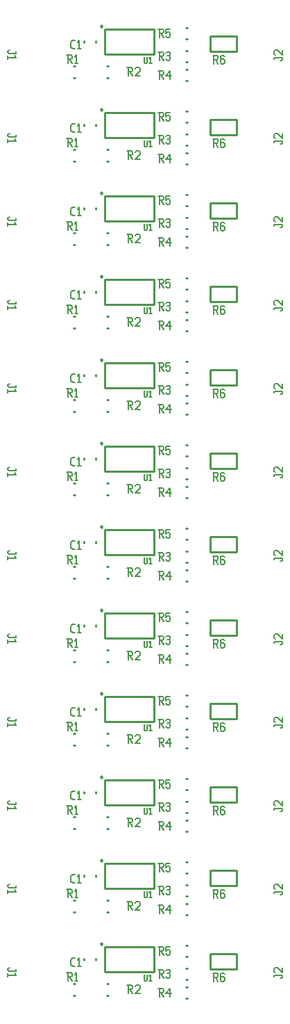
<source format=gbr>
G04 start of page 9 for group -4079 idx -4079 *
G04 Title: (unknown), topsilk *
G04 Creator: pcb 20140316 *
G04 CreationDate: Tue 26 Feb 2019 03:12:25 PM GMT UTC *
G04 For: railfan *
G04 Format: Gerber/RS-274X *
G04 PCB-Dimensions (mil): 1580.00 4900.00 *
G04 PCB-Coordinate-Origin: lower left *
%MOIN*%
%FSLAX25Y25*%
%LNTOPSILK*%
%ADD43C,0.0080*%
%ADD42C,0.0100*%
G54D42*X98607Y417755D02*X99393D01*
X98607Y412245D02*X99393D01*
X98607Y397755D02*X99393D01*
X98607Y392245D02*X99393D01*
X98607Y357755D02*X99393D01*
X98607Y352245D02*X99393D01*
X59689Y396906D02*X83311D01*
Y385094D01*
X59689D01*
Y396906D01*
X57689Y398406D02*G75*G03X57689Y398406I500J0D01*G01*
X49745Y391393D02*Y390607D01*
X55255Y391393D02*Y390607D01*
X60607Y379255D02*X61393D01*
X60607Y373745D02*X61393D01*
X110201Y353741D02*X122799D01*
Y346259D01*
X110201D01*
Y353741D01*
X59689Y356906D02*X83311D01*
Y345094D01*
X59689D01*
Y356906D01*
X57689Y358406D02*G75*G03X57689Y358406I500J0D01*G01*
X60607Y339255D02*X61393D01*
X60607Y333745D02*X61393D01*
X98607Y346755D02*X99393D01*
X98607Y341245D02*X99393D01*
X98607Y337755D02*X99393D01*
X98607Y332245D02*X99393D01*
X98607Y317755D02*X99393D01*
X98607Y312245D02*X99393D01*
X98607Y306755D02*X99393D01*
X98607Y301245D02*X99393D01*
X98607Y297755D02*X99393D01*
X98607Y292245D02*X99393D01*
X110201Y313741D02*X122799D01*
Y306259D01*
X110201D01*
Y313741D01*
X59689Y316906D02*X83311D01*
Y305094D01*
X59689D01*
Y316906D01*
X57689Y318406D02*G75*G03X57689Y318406I500J0D01*G01*
X60607Y299255D02*X61393D01*
X60607Y293745D02*X61393D01*
X59689Y276906D02*X83311D01*
Y265094D01*
X59689D01*
Y276906D01*
X57689Y278406D02*G75*G03X57689Y278406I500J0D01*G01*
X60607Y259255D02*X61393D01*
X60607Y253745D02*X61393D01*
X98607Y277755D02*X99393D01*
X98607Y272245D02*X99393D01*
X98607Y266755D02*X99393D01*
X98607Y261245D02*X99393D01*
X110201Y273741D02*X122799D01*
Y266259D01*
X110201D01*
Y273741D01*
X44607Y459255D02*X45393D01*
X44607Y453745D02*X45393D01*
X49745Y431393D02*Y430607D01*
X55255Y431393D02*Y430607D01*
X44607Y419255D02*X45393D01*
X44607Y413745D02*X45393D01*
X44607Y379255D02*X45393D01*
X44607Y373745D02*X45393D01*
X98607Y477755D02*X99393D01*
X98607Y472245D02*X99393D01*
X59689Y476906D02*X83311D01*
Y465094D01*
X59689D01*
Y476906D01*
X57689Y478406D02*G75*G03X57689Y478406I500J0D01*G01*
X49745Y471393D02*Y470607D01*
X55255Y471393D02*Y470607D01*
X60607Y459255D02*X61393D01*
X60607Y453745D02*X61393D01*
X98607Y466755D02*X99393D01*
X98607Y461245D02*X99393D01*
X98607Y457755D02*X99393D01*
X98607Y452245D02*X99393D01*
X110201Y473741D02*X122799D01*
Y466259D01*
X110201D01*
Y473741D01*
X98607Y437755D02*X99393D01*
X98607Y432245D02*X99393D01*
X59689Y436906D02*X83311D01*
Y425094D01*
X59689D01*
Y436906D01*
X57689Y438406D02*G75*G03X57689Y438406I500J0D01*G01*
X60607Y419255D02*X61393D01*
X60607Y413745D02*X61393D01*
X98607Y426755D02*X99393D01*
X98607Y421245D02*X99393D01*
X110201Y433741D02*X122799D01*
Y426259D01*
X110201D01*
Y433741D01*
X98607Y386755D02*X99393D01*
X98607Y381245D02*X99393D01*
X98607Y377755D02*X99393D01*
X98607Y372245D02*X99393D01*
X110201Y393741D02*X122799D01*
Y386259D01*
X110201D01*
Y393741D01*
X49745Y351393D02*Y350607D01*
X55255Y351393D02*Y350607D01*
X49745Y311393D02*Y310607D01*
X55255Y311393D02*Y310607D01*
X49745Y271393D02*Y270607D01*
X55255Y271393D02*Y270607D01*
X49745Y231393D02*Y230607D01*
X55255Y231393D02*Y230607D01*
X49745Y191393D02*Y190607D01*
X55255Y191393D02*Y190607D01*
X49745Y151393D02*Y150607D01*
X55255Y151393D02*Y150607D01*
X44607Y339255D02*X45393D01*
X44607Y333745D02*X45393D01*
X44607Y299255D02*X45393D01*
X44607Y293745D02*X45393D01*
X44607Y259255D02*X45393D01*
X44607Y253745D02*X45393D01*
X44607Y219255D02*X45393D01*
X44607Y213745D02*X45393D01*
X44607Y179255D02*X45393D01*
X44607Y173745D02*X45393D01*
X44607Y139255D02*X45393D01*
X44607Y133745D02*X45393D01*
X49745Y111393D02*Y110607D01*
X55255Y111393D02*Y110607D01*
X49745Y71393D02*Y70607D01*
X55255Y71393D02*Y70607D01*
X49745Y31393D02*Y30607D01*
X55255Y31393D02*Y30607D01*
X44607Y99255D02*X45393D01*
X44607Y93745D02*X45393D01*
X44607Y59255D02*X45393D01*
X44607Y53745D02*X45393D01*
X44607Y19255D02*X45393D01*
X44607Y13745D02*X45393D01*
X110201Y113741D02*X122799D01*
Y106259D01*
X110201D01*
Y113741D01*
Y73741D02*X122799D01*
Y66259D01*
X110201D01*
Y73741D01*
Y33741D02*X122799D01*
Y26259D01*
X110201D01*
Y33741D01*
X59689Y116906D02*X83311D01*
Y105094D01*
X59689D01*
Y116906D01*
X57689Y118406D02*G75*G03X57689Y118406I500J0D01*G01*
X60607Y99255D02*X61393D01*
X60607Y93745D02*X61393D01*
X98607Y117755D02*X99393D01*
X98607Y112245D02*X99393D01*
X98607Y106755D02*X99393D01*
X98607Y101245D02*X99393D01*
X98607Y97755D02*X99393D01*
X98607Y92245D02*X99393D01*
X59689Y76906D02*X83311D01*
Y65094D01*
X59689D01*
Y76906D01*
X57689Y78406D02*G75*G03X57689Y78406I500J0D01*G01*
X60607Y59255D02*X61393D01*
X60607Y53745D02*X61393D01*
X98607Y77755D02*X99393D01*
X98607Y72245D02*X99393D01*
X98607Y66755D02*X99393D01*
X98607Y61245D02*X99393D01*
X98607Y57755D02*X99393D01*
X98607Y52245D02*X99393D01*
X98607Y37755D02*X99393D01*
X98607Y32245D02*X99393D01*
X98607Y26755D02*X99393D01*
X98607Y21245D02*X99393D01*
X98607Y17755D02*X99393D01*
X98607Y12245D02*X99393D01*
X59689Y36906D02*X83311D01*
Y25094D01*
X59689D01*
Y36906D01*
X57689Y38406D02*G75*G03X57689Y38406I500J0D01*G01*
X60607Y19255D02*X61393D01*
X60607Y13745D02*X61393D01*
X98607Y257755D02*X99393D01*
X98607Y252245D02*X99393D01*
X110201Y233741D02*X122799D01*
Y226259D01*
X110201D01*
Y233741D01*
X98607Y237755D02*X99393D01*
X98607Y232245D02*X99393D01*
X59689Y236906D02*X83311D01*
Y225094D01*
X59689D01*
Y236906D01*
X57689Y238406D02*G75*G03X57689Y238406I500J0D01*G01*
X60607Y219255D02*X61393D01*
X60607Y213745D02*X61393D01*
X98607Y226755D02*X99393D01*
X98607Y221245D02*X99393D01*
X98607Y217755D02*X99393D01*
X98607Y212245D02*X99393D01*
X98607Y197755D02*X99393D01*
X98607Y192245D02*X99393D01*
X59689Y196906D02*X83311D01*
Y185094D01*
X59689D01*
Y196906D01*
X57689Y198406D02*G75*G03X57689Y198406I500J0D01*G01*
X60607Y179255D02*X61393D01*
X60607Y173745D02*X61393D01*
X98607Y186755D02*X99393D01*
X98607Y181245D02*X99393D01*
X59689Y156906D02*X83311D01*
Y145094D01*
X59689D01*
Y156906D01*
X57689Y158406D02*G75*G03X57689Y158406I500J0D01*G01*
X60607Y139255D02*X61393D01*
X60607Y133745D02*X61393D01*
X98607Y177755D02*X99393D01*
X98607Y172245D02*X99393D01*
X110201Y193741D02*X122799D01*
Y186259D01*
X110201D01*
Y193741D01*
X98607Y137755D02*X99393D01*
X98607Y132245D02*X99393D01*
X98607Y157755D02*X99393D01*
X98607Y152245D02*X99393D01*
X98607Y146755D02*X99393D01*
X98607Y141245D02*X99393D01*
X110201Y153741D02*X122799D01*
Y146259D01*
X110201D01*
Y153741D01*
G54D43*X17000Y426300D02*Y425500D01*
X13500D02*X17000D01*
X13000Y426000D02*X13500Y425500D01*
X13000Y426500D02*Y426000D01*
X13500Y427000D02*X13000Y426500D01*
X13500Y427000D02*X14000D01*
X16200Y424300D02*X17000Y423500D01*
X13000D02*X17000D01*
X13000Y424300D02*Y422800D01*
X44136Y427650D02*X45436D01*
X43436Y428350D02*X44136Y427650D01*
X43436Y430950D02*Y428350D01*
Y430950D02*X44136Y431650D01*
X45436D01*
X46636Y430850D02*X47436Y431650D01*
Y427650D01*
X46636D02*X48136D01*
X41436Y424650D02*X43436D01*
X43936Y424150D01*
Y423150D01*
X43436Y422650D02*X43936Y423150D01*
X41936Y422650D02*X43436D01*
X41936Y424650D02*Y420650D01*
X42736Y422650D02*X43936Y420650D01*
X45136Y423850D02*X45936Y424650D01*
Y420650D01*
X45136D02*X46636D01*
X17000Y386300D02*Y385500D01*
X13500D02*X17000D01*
X13000Y386000D02*X13500Y385500D01*
X13000Y386500D02*Y386000D01*
X13500Y387000D02*X13000Y386500D01*
X13500Y387000D02*X14000D01*
X16200Y384300D02*X17000Y383500D01*
X13000D02*X17000D01*
X13000Y384300D02*Y382800D01*
X44136Y387650D02*X45436D01*
X43436Y388350D02*X44136Y387650D01*
X43436Y390950D02*Y388350D01*
Y390950D02*X44136Y391650D01*
X45436D01*
X46636Y390850D02*X47436Y391650D01*
Y387650D01*
X46636D02*X48136D01*
X41436Y384650D02*X43436D01*
X43936Y384150D01*
Y383150D01*
X43436Y382650D02*X43936Y383150D01*
X41936Y382650D02*X43436D01*
X41936Y384650D02*Y380650D01*
X42736Y382650D02*X43936Y380650D01*
X45136Y383850D02*X45936Y384650D01*
Y380650D01*
X45136D02*X46636D01*
X17000Y346300D02*Y345500D01*
X13500D02*X17000D01*
X13000Y346000D02*X13500Y345500D01*
X13000Y346500D02*Y346000D01*
X13500Y347000D02*X13000Y346500D01*
X13500Y347000D02*X14000D01*
X16200Y344300D02*X17000Y343500D01*
X13000D02*X17000D01*
X13000Y344300D02*Y342800D01*
X44136Y347650D02*X45436D01*
X43436Y348350D02*X44136Y347650D01*
X43436Y350950D02*Y348350D01*
Y350950D02*X44136Y351650D01*
X45436D01*
X46636Y350850D02*X47436Y351650D01*
Y347650D01*
X46636D02*X48136D01*
X41436Y344650D02*X43436D01*
X43936Y344150D01*
Y343150D01*
X43436Y342650D02*X43936Y343150D01*
X41936Y342650D02*X43436D01*
X41936Y344650D02*Y340650D01*
X42736Y342650D02*X43936Y340650D01*
X45136Y343850D02*X45936Y344650D01*
Y340650D01*
X45136D02*X46636D01*
X85350Y397150D02*X87350D01*
X87850Y396650D01*
Y395650D01*
X87350Y395150D02*X87850Y395650D01*
X85850Y395150D02*X87350D01*
X85850Y397150D02*Y393150D01*
X86650Y395150D02*X87850Y393150D01*
X89050Y397150D02*X91050D01*
X89050D02*Y395150D01*
X89550Y395650D01*
X90550D01*
X91050Y395150D01*
Y393650D01*
X90550Y393150D02*X91050Y393650D01*
X89550Y393150D02*X90550D01*
X89050Y393650D02*X89550Y393150D01*
X85350Y386150D02*X87350D01*
X87850Y385650D01*
Y384650D01*
X87350Y384150D02*X87850Y384650D01*
X85850Y384150D02*X87350D01*
X85850Y386150D02*Y382150D01*
X86650Y384150D02*X87850Y382150D01*
X89050Y385650D02*X89550Y386150D01*
X90550D01*
X91050Y385650D01*
X90550Y382150D02*X91050Y382650D01*
X89550Y382150D02*X90550D01*
X89050Y382650D02*X89550Y382150D01*
Y384350D02*X90550D01*
X91050Y385650D02*Y384850D01*
Y383850D02*Y382650D01*
Y383850D02*X90550Y384350D01*
X91050Y384850D02*X90550Y384350D01*
X85350Y377150D02*X87350D01*
X87850Y376650D01*
Y375650D01*
X87350Y375150D02*X87850Y375650D01*
X85850Y375150D02*X87350D01*
X85850Y377150D02*Y373150D01*
X86650Y375150D02*X87850Y373150D01*
X89050Y374650D02*X91050Y377150D01*
X89050Y374650D02*X91550D01*
X91050Y377150D02*Y373150D01*
X78500Y383730D02*Y381035D01*
X78885Y380650D01*
X79655D01*
X80040Y381035D01*
Y383730D02*Y381035D01*
X80964Y383114D02*X81580Y383730D01*
Y380650D01*
X80964D02*X82119D01*
X70436Y378650D02*X72436D01*
X72936Y378150D01*
Y377150D01*
X72436Y376650D02*X72936Y377150D01*
X70936Y376650D02*X72436D01*
X70936Y378650D02*Y374650D01*
X71736Y376650D02*X72936Y374650D01*
X74136Y378150D02*X74636Y378650D01*
X76136D01*
X76636Y378150D01*
Y377150D01*
X74136Y374650D02*X76636Y377150D01*
X74136Y374650D02*X76636D01*
X111500Y384500D02*X113500D01*
X114000Y384000D01*
Y383000D01*
X113500Y382500D02*X114000Y383000D01*
X112000Y382500D02*X113500D01*
X112000Y384500D02*Y380500D01*
X112800Y382500D02*X114000Y380500D01*
X116700Y384500D02*X117200Y384000D01*
X115700Y384500D02*X116700D01*
X115200Y384000D02*X115700Y384500D01*
X115200Y384000D02*Y381000D01*
X115700Y380500D01*
X116700Y382700D02*X117200Y382200D01*
X115200Y382700D02*X116700D01*
X115700Y380500D02*X116700D01*
X117200Y381000D01*
Y382200D02*Y381000D01*
X141000Y383500D02*Y382700D01*
Y383500D02*X144500D01*
X145000Y383000D02*X144500Y383500D01*
X145000Y383000D02*Y382500D01*
X144500Y382000D02*X145000Y382500D01*
X144000Y382000D02*X144500D01*
X141500Y384700D02*X141000Y385200D01*
Y386700D02*Y385200D01*
Y386700D02*X141500Y387200D01*
X142500D01*
X145000Y384700D02*X142500Y387200D01*
X145000D02*Y384700D01*
X111500Y344500D02*X113500D01*
X114000Y344000D01*
Y343000D01*
X113500Y342500D02*X114000Y343000D01*
X112000Y342500D02*X113500D01*
X112000Y344500D02*Y340500D01*
X112800Y342500D02*X114000Y340500D01*
X116700Y344500D02*X117200Y344000D01*
X115700Y344500D02*X116700D01*
X115200Y344000D02*X115700Y344500D01*
X115200Y344000D02*Y341000D01*
X115700Y340500D01*
X116700Y342700D02*X117200Y342200D01*
X115200Y342700D02*X116700D01*
X115700Y340500D02*X116700D01*
X117200Y341000D01*
Y342200D02*Y341000D01*
X141000Y343500D02*Y342700D01*
Y343500D02*X144500D01*
X145000Y343000D02*X144500Y343500D01*
X145000Y343000D02*Y342500D01*
X144500Y342000D02*X145000Y342500D01*
X144000Y342000D02*X144500D01*
X141500Y344700D02*X141000Y345200D01*
Y346700D02*Y345200D01*
Y346700D02*X141500Y347200D01*
X142500D01*
X145000Y344700D02*X142500Y347200D01*
X145000D02*Y344700D01*
X85350Y357150D02*X87350D01*
X87850Y356650D01*
Y355650D01*
X87350Y355150D02*X87850Y355650D01*
X85850Y355150D02*X87350D01*
X85850Y357150D02*Y353150D01*
X86650Y355150D02*X87850Y353150D01*
X89050Y357150D02*X91050D01*
X89050D02*Y355150D01*
X89550Y355650D01*
X90550D01*
X91050Y355150D01*
Y353650D01*
X90550Y353150D02*X91050Y353650D01*
X89550Y353150D02*X90550D01*
X89050Y353650D02*X89550Y353150D01*
X85350Y346150D02*X87350D01*
X87850Y345650D01*
Y344650D01*
X87350Y344150D02*X87850Y344650D01*
X85850Y344150D02*X87350D01*
X85850Y346150D02*Y342150D01*
X86650Y344150D02*X87850Y342150D01*
X89050Y345650D02*X89550Y346150D01*
X90550D01*
X91050Y345650D01*
X90550Y342150D02*X91050Y342650D01*
X89550Y342150D02*X90550D01*
X89050Y342650D02*X89550Y342150D01*
Y344350D02*X90550D01*
X91050Y345650D02*Y344850D01*
Y343850D02*Y342650D01*
Y343850D02*X90550Y344350D01*
X91050Y344850D02*X90550Y344350D01*
X78500Y343730D02*Y341035D01*
X78885Y340650D01*
X79655D01*
X80040Y341035D01*
Y343730D02*Y341035D01*
X80964Y343114D02*X81580Y343730D01*
Y340650D01*
X80964D02*X82119D01*
X70436Y338650D02*X72436D01*
X72936Y338150D01*
Y337150D01*
X72436Y336650D02*X72936Y337150D01*
X70936Y336650D02*X72436D01*
X70936Y338650D02*Y334650D01*
X71736Y336650D02*X72936Y334650D01*
X74136Y338150D02*X74636Y338650D01*
X76136D01*
X76636Y338150D01*
Y337150D01*
X74136Y334650D02*X76636Y337150D01*
X74136Y334650D02*X76636D01*
X85350Y337150D02*X87350D01*
X87850Y336650D01*
Y335650D01*
X87350Y335150D02*X87850Y335650D01*
X85850Y335150D02*X87350D01*
X85850Y337150D02*Y333150D01*
X86650Y335150D02*X87850Y333150D01*
X89050Y334650D02*X91050Y337150D01*
X89050Y334650D02*X91550D01*
X91050Y337150D02*Y333150D01*
X17000Y466300D02*Y465500D01*
X13500D02*X17000D01*
X13000Y466000D02*X13500Y465500D01*
X13000Y466500D02*Y466000D01*
X13500Y467000D02*X13000Y466500D01*
X13500Y467000D02*X14000D01*
X16200Y464300D02*X17000Y463500D01*
X13000D02*X17000D01*
X13000Y464300D02*Y462800D01*
X44136Y467650D02*X45436D01*
X43436Y468350D02*X44136Y467650D01*
X43436Y470950D02*Y468350D01*
Y470950D02*X44136Y471650D01*
X45436D01*
X46636Y470850D02*X47436Y471650D01*
Y467650D01*
X46636D02*X48136D01*
X41436Y464650D02*X43436D01*
X43936Y464150D01*
Y463150D01*
X43436Y462650D02*X43936Y463150D01*
X41936Y462650D02*X43436D01*
X41936Y464650D02*Y460650D01*
X42736Y462650D02*X43936Y460650D01*
X45136Y463850D02*X45936Y464650D01*
Y460650D01*
X45136D02*X46636D01*
X111500Y424500D02*X113500D01*
X114000Y424000D01*
Y423000D01*
X113500Y422500D02*X114000Y423000D01*
X112000Y422500D02*X113500D01*
X112000Y424500D02*Y420500D01*
X112800Y422500D02*X114000Y420500D01*
X116700Y424500D02*X117200Y424000D01*
X115700Y424500D02*X116700D01*
X115200Y424000D02*X115700Y424500D01*
X115200Y424000D02*Y421000D01*
X115700Y420500D01*
X116700Y422700D02*X117200Y422200D01*
X115200Y422700D02*X116700D01*
X115700Y420500D02*X116700D01*
X117200Y421000D01*
Y422200D02*Y421000D01*
X141000Y423500D02*Y422700D01*
Y423500D02*X144500D01*
X145000Y423000D02*X144500Y423500D01*
X145000Y423000D02*Y422500D01*
X144500Y422000D02*X145000Y422500D01*
X144000Y422000D02*X144500D01*
X141500Y424700D02*X141000Y425200D01*
Y426700D02*Y425200D01*
Y426700D02*X141500Y427200D01*
X142500D01*
X145000Y424700D02*X142500Y427200D01*
X145000D02*Y424700D01*
X85350Y477150D02*X87350D01*
X87850Y476650D01*
Y475650D01*
X87350Y475150D02*X87850Y475650D01*
X85850Y475150D02*X87350D01*
X85850Y477150D02*Y473150D01*
X86650Y475150D02*X87850Y473150D01*
X89050Y477150D02*X91050D01*
X89050D02*Y475150D01*
X89550Y475650D01*
X90550D01*
X91050Y475150D01*
Y473650D01*
X90550Y473150D02*X91050Y473650D01*
X89550Y473150D02*X90550D01*
X89050Y473650D02*X89550Y473150D01*
X78500Y463730D02*Y461035D01*
X78885Y460650D01*
X79655D01*
X80040Y461035D01*
Y463730D02*Y461035D01*
X80964Y463114D02*X81580Y463730D01*
Y460650D01*
X80964D02*X82119D01*
X70436Y458650D02*X72436D01*
X72936Y458150D01*
Y457150D01*
X72436Y456650D02*X72936Y457150D01*
X70936Y456650D02*X72436D01*
X70936Y458650D02*Y454650D01*
X71736Y456650D02*X72936Y454650D01*
X74136Y458150D02*X74636Y458650D01*
X76136D01*
X76636Y458150D01*
Y457150D01*
X74136Y454650D02*X76636Y457150D01*
X74136Y454650D02*X76636D01*
X85350Y466150D02*X87350D01*
X87850Y465650D01*
Y464650D01*
X87350Y464150D02*X87850Y464650D01*
X85850Y464150D02*X87350D01*
X85850Y466150D02*Y462150D01*
X86650Y464150D02*X87850Y462150D01*
X89050Y465650D02*X89550Y466150D01*
X90550D01*
X91050Y465650D01*
X90550Y462150D02*X91050Y462650D01*
X89550Y462150D02*X90550D01*
X89050Y462650D02*X89550Y462150D01*
Y464350D02*X90550D01*
X91050Y465650D02*Y464850D01*
Y463850D02*Y462650D01*
Y463850D02*X90550Y464350D01*
X91050Y464850D02*X90550Y464350D01*
X85350Y457150D02*X87350D01*
X87850Y456650D01*
Y455650D01*
X87350Y455150D02*X87850Y455650D01*
X85850Y455150D02*X87350D01*
X85850Y457150D02*Y453150D01*
X86650Y455150D02*X87850Y453150D01*
X89050Y454650D02*X91050Y457150D01*
X89050Y454650D02*X91550D01*
X91050Y457150D02*Y453150D01*
X111500Y464500D02*X113500D01*
X114000Y464000D01*
Y463000D01*
X113500Y462500D02*X114000Y463000D01*
X112000Y462500D02*X113500D01*
X112000Y464500D02*Y460500D01*
X112800Y462500D02*X114000Y460500D01*
X116700Y464500D02*X117200Y464000D01*
X115700Y464500D02*X116700D01*
X115200Y464000D02*X115700Y464500D01*
X115200Y464000D02*Y461000D01*
X115700Y460500D01*
X116700Y462700D02*X117200Y462200D01*
X115200Y462700D02*X116700D01*
X115700Y460500D02*X116700D01*
X117200Y461000D01*
Y462200D02*Y461000D01*
X141000Y463500D02*Y462700D01*
Y463500D02*X144500D01*
X145000Y463000D02*X144500Y463500D01*
X145000Y463000D02*Y462500D01*
X144500Y462000D02*X145000Y462500D01*
X144000Y462000D02*X144500D01*
X141500Y464700D02*X141000Y465200D01*
Y466700D02*Y465200D01*
Y466700D02*X141500Y467200D01*
X142500D01*
X145000Y464700D02*X142500Y467200D01*
X145000D02*Y464700D01*
X85350Y437150D02*X87350D01*
X87850Y436650D01*
Y435650D01*
X87350Y435150D02*X87850Y435650D01*
X85850Y435150D02*X87350D01*
X85850Y437150D02*Y433150D01*
X86650Y435150D02*X87850Y433150D01*
X89050Y437150D02*X91050D01*
X89050D02*Y435150D01*
X89550Y435650D01*
X90550D01*
X91050Y435150D01*
Y433650D01*
X90550Y433150D02*X91050Y433650D01*
X89550Y433150D02*X90550D01*
X89050Y433650D02*X89550Y433150D01*
X78500Y423730D02*Y421035D01*
X78885Y420650D01*
X79655D01*
X80040Y421035D01*
Y423730D02*Y421035D01*
X80964Y423114D02*X81580Y423730D01*
Y420650D01*
X80964D02*X82119D01*
X70436Y418650D02*X72436D01*
X72936Y418150D01*
Y417150D01*
X72436Y416650D02*X72936Y417150D01*
X70936Y416650D02*X72436D01*
X70936Y418650D02*Y414650D01*
X71736Y416650D02*X72936Y414650D01*
X74136Y418150D02*X74636Y418650D01*
X76136D01*
X76636Y418150D01*
Y417150D01*
X74136Y414650D02*X76636Y417150D01*
X74136Y414650D02*X76636D01*
X85350Y426150D02*X87350D01*
X87850Y425650D01*
Y424650D01*
X87350Y424150D02*X87850Y424650D01*
X85850Y424150D02*X87350D01*
X85850Y426150D02*Y422150D01*
X86650Y424150D02*X87850Y422150D01*
X89050Y425650D02*X89550Y426150D01*
X90550D01*
X91050Y425650D01*
X90550Y422150D02*X91050Y422650D01*
X89550Y422150D02*X90550D01*
X89050Y422650D02*X89550Y422150D01*
Y424350D02*X90550D01*
X91050Y425650D02*Y424850D01*
Y423850D02*Y422650D01*
Y423850D02*X90550Y424350D01*
X91050Y424850D02*X90550Y424350D01*
X85350Y417150D02*X87350D01*
X87850Y416650D01*
Y415650D01*
X87350Y415150D02*X87850Y415650D01*
X85850Y415150D02*X87350D01*
X85850Y417150D02*Y413150D01*
X86650Y415150D02*X87850Y413150D01*
X89050Y414650D02*X91050Y417150D01*
X89050Y414650D02*X91550D01*
X91050Y417150D02*Y413150D01*
X85350Y317150D02*X87350D01*
X87850Y316650D01*
Y315650D01*
X87350Y315150D02*X87850Y315650D01*
X85850Y315150D02*X87350D01*
X85850Y317150D02*Y313150D01*
X86650Y315150D02*X87850Y313150D01*
X89050Y317150D02*X91050D01*
X89050D02*Y315150D01*
X89550Y315650D01*
X90550D01*
X91050Y315150D01*
Y313650D01*
X90550Y313150D02*X91050Y313650D01*
X89550Y313150D02*X90550D01*
X89050Y313650D02*X89550Y313150D01*
X78500Y303730D02*Y301035D01*
X78885Y300650D01*
X79655D01*
X80040Y301035D01*
Y303730D02*Y301035D01*
X80964Y303114D02*X81580Y303730D01*
Y300650D01*
X80964D02*X82119D01*
X70436Y298650D02*X72436D01*
X72936Y298150D01*
Y297150D01*
X72436Y296650D02*X72936Y297150D01*
X70936Y296650D02*X72436D01*
X70936Y298650D02*Y294650D01*
X71736Y296650D02*X72936Y294650D01*
X74136Y298150D02*X74636Y298650D01*
X76136D01*
X76636Y298150D01*
Y297150D01*
X74136Y294650D02*X76636Y297150D01*
X74136Y294650D02*X76636D01*
X85350Y306150D02*X87350D01*
X87850Y305650D01*
Y304650D01*
X87350Y304150D02*X87850Y304650D01*
X85850Y304150D02*X87350D01*
X85850Y306150D02*Y302150D01*
X86650Y304150D02*X87850Y302150D01*
X89050Y305650D02*X89550Y306150D01*
X90550D01*
X91050Y305650D01*
X90550Y302150D02*X91050Y302650D01*
X89550Y302150D02*X90550D01*
X89050Y302650D02*X89550Y302150D01*
Y304350D02*X90550D01*
X91050Y305650D02*Y304850D01*
Y303850D02*Y302650D01*
Y303850D02*X90550Y304350D01*
X91050Y304850D02*X90550Y304350D01*
X85350Y297150D02*X87350D01*
X87850Y296650D01*
Y295650D01*
X87350Y295150D02*X87850Y295650D01*
X85850Y295150D02*X87350D01*
X85850Y297150D02*Y293150D01*
X86650Y295150D02*X87850Y293150D01*
X89050Y294650D02*X91050Y297150D01*
X89050Y294650D02*X91550D01*
X91050Y297150D02*Y293150D01*
X111500Y304500D02*X113500D01*
X114000Y304000D01*
Y303000D01*
X113500Y302500D02*X114000Y303000D01*
X112000Y302500D02*X113500D01*
X112000Y304500D02*Y300500D01*
X112800Y302500D02*X114000Y300500D01*
X116700Y304500D02*X117200Y304000D01*
X115700Y304500D02*X116700D01*
X115200Y304000D02*X115700Y304500D01*
X115200Y304000D02*Y301000D01*
X115700Y300500D01*
X116700Y302700D02*X117200Y302200D01*
X115200Y302700D02*X116700D01*
X115700Y300500D02*X116700D01*
X117200Y301000D01*
Y302200D02*Y301000D01*
X141000Y303500D02*Y302700D01*
Y303500D02*X144500D01*
X145000Y303000D02*X144500Y303500D01*
X145000Y303000D02*Y302500D01*
X144500Y302000D02*X145000Y302500D01*
X144000Y302000D02*X144500D01*
X141500Y304700D02*X141000Y305200D01*
Y306700D02*Y305200D01*
Y306700D02*X141500Y307200D01*
X142500D01*
X145000Y304700D02*X142500Y307200D01*
X145000D02*Y304700D01*
X85350Y277150D02*X87350D01*
X87850Y276650D01*
Y275650D01*
X87350Y275150D02*X87850Y275650D01*
X85850Y275150D02*X87350D01*
X85850Y277150D02*Y273150D01*
X86650Y275150D02*X87850Y273150D01*
X89050Y277150D02*X91050D01*
X89050D02*Y275150D01*
X89550Y275650D01*
X90550D01*
X91050Y275150D01*
Y273650D01*
X90550Y273150D02*X91050Y273650D01*
X89550Y273150D02*X90550D01*
X89050Y273650D02*X89550Y273150D01*
X78500Y263730D02*Y261035D01*
X78885Y260650D01*
X79655D01*
X80040Y261035D01*
Y263730D02*Y261035D01*
X80964Y263114D02*X81580Y263730D01*
Y260650D01*
X80964D02*X82119D01*
X70436Y258650D02*X72436D01*
X72936Y258150D01*
Y257150D01*
X72436Y256650D02*X72936Y257150D01*
X70936Y256650D02*X72436D01*
X70936Y258650D02*Y254650D01*
X71736Y256650D02*X72936Y254650D01*
X74136Y258150D02*X74636Y258650D01*
X76136D01*
X76636Y258150D01*
Y257150D01*
X74136Y254650D02*X76636Y257150D01*
X74136Y254650D02*X76636D01*
X85350Y266150D02*X87350D01*
X87850Y265650D01*
Y264650D01*
X87350Y264150D02*X87850Y264650D01*
X85850Y264150D02*X87350D01*
X85850Y266150D02*Y262150D01*
X86650Y264150D02*X87850Y262150D01*
X89050Y265650D02*X89550Y266150D01*
X90550D01*
X91050Y265650D01*
X90550Y262150D02*X91050Y262650D01*
X89550Y262150D02*X90550D01*
X89050Y262650D02*X89550Y262150D01*
Y264350D02*X90550D01*
X91050Y265650D02*Y264850D01*
Y263850D02*Y262650D01*
Y263850D02*X90550Y264350D01*
X91050Y264850D02*X90550Y264350D01*
X85350Y257150D02*X87350D01*
X87850Y256650D01*
Y255650D01*
X87350Y255150D02*X87850Y255650D01*
X85850Y255150D02*X87350D01*
X85850Y257150D02*Y253150D01*
X86650Y255150D02*X87850Y253150D01*
X89050Y254650D02*X91050Y257150D01*
X89050Y254650D02*X91550D01*
X91050Y257150D02*Y253150D01*
X111500Y264500D02*X113500D01*
X114000Y264000D01*
Y263000D01*
X113500Y262500D02*X114000Y263000D01*
X112000Y262500D02*X113500D01*
X112000Y264500D02*Y260500D01*
X112800Y262500D02*X114000Y260500D01*
X116700Y264500D02*X117200Y264000D01*
X115700Y264500D02*X116700D01*
X115200Y264000D02*X115700Y264500D01*
X115200Y264000D02*Y261000D01*
X115700Y260500D01*
X116700Y262700D02*X117200Y262200D01*
X115200Y262700D02*X116700D01*
X115700Y260500D02*X116700D01*
X117200Y261000D01*
Y262200D02*Y261000D01*
X141000Y263500D02*Y262700D01*
Y263500D02*X144500D01*
X145000Y263000D02*X144500Y263500D01*
X145000Y263000D02*Y262500D01*
X144500Y262000D02*X145000Y262500D01*
X144000Y262000D02*X144500D01*
X141500Y264700D02*X141000Y265200D01*
Y266700D02*Y265200D01*
Y266700D02*X141500Y267200D01*
X142500D01*
X145000Y264700D02*X142500Y267200D01*
X145000D02*Y264700D01*
X85350Y237150D02*X87350D01*
X87850Y236650D01*
Y235650D01*
X87350Y235150D02*X87850Y235650D01*
X85850Y235150D02*X87350D01*
X85850Y237150D02*Y233150D01*
X86650Y235150D02*X87850Y233150D01*
X89050Y237150D02*X91050D01*
X89050D02*Y235150D01*
X89550Y235650D01*
X90550D01*
X91050Y235150D01*
Y233650D01*
X90550Y233150D02*X91050Y233650D01*
X89550Y233150D02*X90550D01*
X89050Y233650D02*X89550Y233150D01*
X78500Y223730D02*Y221035D01*
X78885Y220650D01*
X79655D01*
X80040Y221035D01*
Y223730D02*Y221035D01*
X80964Y223114D02*X81580Y223730D01*
Y220650D01*
X80964D02*X82119D01*
X70436Y218650D02*X72436D01*
X72936Y218150D01*
Y217150D01*
X72436Y216650D02*X72936Y217150D01*
X70936Y216650D02*X72436D01*
X70936Y218650D02*Y214650D01*
X71736Y216650D02*X72936Y214650D01*
X74136Y218150D02*X74636Y218650D01*
X76136D01*
X76636Y218150D01*
Y217150D01*
X74136Y214650D02*X76636Y217150D01*
X74136Y214650D02*X76636D01*
X85350Y226150D02*X87350D01*
X87850Y225650D01*
Y224650D01*
X87350Y224150D02*X87850Y224650D01*
X85850Y224150D02*X87350D01*
X85850Y226150D02*Y222150D01*
X86650Y224150D02*X87850Y222150D01*
X89050Y225650D02*X89550Y226150D01*
X90550D01*
X91050Y225650D01*
X90550Y222150D02*X91050Y222650D01*
X89550Y222150D02*X90550D01*
X89050Y222650D02*X89550Y222150D01*
Y224350D02*X90550D01*
X91050Y225650D02*Y224850D01*
Y223850D02*Y222650D01*
Y223850D02*X90550Y224350D01*
X91050Y224850D02*X90550Y224350D01*
X85350Y217150D02*X87350D01*
X87850Y216650D01*
Y215650D01*
X87350Y215150D02*X87850Y215650D01*
X85850Y215150D02*X87350D01*
X85850Y217150D02*Y213150D01*
X86650Y215150D02*X87850Y213150D01*
X89050Y214650D02*X91050Y217150D01*
X89050Y214650D02*X91550D01*
X91050Y217150D02*Y213150D01*
X111500Y224500D02*X113500D01*
X114000Y224000D01*
Y223000D01*
X113500Y222500D02*X114000Y223000D01*
X112000Y222500D02*X113500D01*
X112000Y224500D02*Y220500D01*
X112800Y222500D02*X114000Y220500D01*
X116700Y224500D02*X117200Y224000D01*
X115700Y224500D02*X116700D01*
X115200Y224000D02*X115700Y224500D01*
X115200Y224000D02*Y221000D01*
X115700Y220500D01*
X116700Y222700D02*X117200Y222200D01*
X115200Y222700D02*X116700D01*
X115700Y220500D02*X116700D01*
X117200Y221000D01*
Y222200D02*Y221000D01*
X141000Y223500D02*Y222700D01*
Y223500D02*X144500D01*
X145000Y223000D02*X144500Y223500D01*
X145000Y223000D02*Y222500D01*
X144500Y222000D02*X145000Y222500D01*
X144000Y222000D02*X144500D01*
X141500Y224700D02*X141000Y225200D01*
Y226700D02*Y225200D01*
Y226700D02*X141500Y227200D01*
X142500D01*
X145000Y224700D02*X142500Y227200D01*
X145000D02*Y224700D01*
X17000Y306300D02*Y305500D01*
X13500D02*X17000D01*
X13000Y306000D02*X13500Y305500D01*
X13000Y306500D02*Y306000D01*
X13500Y307000D02*X13000Y306500D01*
X13500Y307000D02*X14000D01*
X16200Y304300D02*X17000Y303500D01*
X13000D02*X17000D01*
X13000Y304300D02*Y302800D01*
X17000Y266300D02*Y265500D01*
X13500D02*X17000D01*
X13000Y266000D02*X13500Y265500D01*
X13000Y266500D02*Y266000D01*
X13500Y267000D02*X13000Y266500D01*
X13500Y267000D02*X14000D01*
X16200Y264300D02*X17000Y263500D01*
X13000D02*X17000D01*
X13000Y264300D02*Y262800D01*
X17000Y226300D02*Y225500D01*
X13500D02*X17000D01*
X13000Y226000D02*X13500Y225500D01*
X13000Y226500D02*Y226000D01*
X13500Y227000D02*X13000Y226500D01*
X13500Y227000D02*X14000D01*
X16200Y224300D02*X17000Y223500D01*
X13000D02*X17000D01*
X13000Y224300D02*Y222800D01*
X17000Y186300D02*Y185500D01*
X13500D02*X17000D01*
X13000Y186000D02*X13500Y185500D01*
X13000Y186500D02*Y186000D01*
X13500Y187000D02*X13000Y186500D01*
X13500Y187000D02*X14000D01*
X16200Y184300D02*X17000Y183500D01*
X13000D02*X17000D01*
X13000Y184300D02*Y182800D01*
X44136Y307650D02*X45436D01*
X43436Y308350D02*X44136Y307650D01*
X43436Y310950D02*Y308350D01*
Y310950D02*X44136Y311650D01*
X45436D01*
X46636Y310850D02*X47436Y311650D01*
Y307650D01*
X46636D02*X48136D01*
X44136Y267650D02*X45436D01*
X43436Y268350D02*X44136Y267650D01*
X43436Y270950D02*Y268350D01*
Y270950D02*X44136Y271650D01*
X45436D01*
X46636Y270850D02*X47436Y271650D01*
Y267650D01*
X46636D02*X48136D01*
X41436Y264650D02*X43436D01*
X43936Y264150D01*
Y263150D01*
X43436Y262650D02*X43936Y263150D01*
X41936Y262650D02*X43436D01*
X41936Y264650D02*Y260650D01*
X42736Y262650D02*X43936Y260650D01*
X45136Y263850D02*X45936Y264650D01*
Y260650D01*
X45136D02*X46636D01*
X41436Y304650D02*X43436D01*
X43936Y304150D01*
Y303150D01*
X43436Y302650D02*X43936Y303150D01*
X41936Y302650D02*X43436D01*
X41936Y304650D02*Y300650D01*
X42736Y302650D02*X43936Y300650D01*
X45136Y303850D02*X45936Y304650D01*
Y300650D01*
X45136D02*X46636D01*
X44136Y227650D02*X45436D01*
X43436Y228350D02*X44136Y227650D01*
X43436Y230950D02*Y228350D01*
Y230950D02*X44136Y231650D01*
X45436D01*
X46636Y230850D02*X47436Y231650D01*
Y227650D01*
X46636D02*X48136D01*
X41436Y224650D02*X43436D01*
X43936Y224150D01*
Y223150D01*
X43436Y222650D02*X43936Y223150D01*
X41936Y222650D02*X43436D01*
X41936Y224650D02*Y220650D01*
X42736Y222650D02*X43936Y220650D01*
X45136Y223850D02*X45936Y224650D01*
Y220650D01*
X45136D02*X46636D01*
X44136Y187650D02*X45436D01*
X43436Y188350D02*X44136Y187650D01*
X43436Y190950D02*Y188350D01*
Y190950D02*X44136Y191650D01*
X45436D01*
X46636Y190850D02*X47436Y191650D01*
Y187650D01*
X46636D02*X48136D01*
X41436Y184650D02*X43436D01*
X43936Y184150D01*
Y183150D01*
X43436Y182650D02*X43936Y183150D01*
X41936Y182650D02*X43436D01*
X41936Y184650D02*Y180650D01*
X42736Y182650D02*X43936Y180650D01*
X45136Y183850D02*X45936Y184650D01*
Y180650D01*
X45136D02*X46636D01*
X85350Y197150D02*X87350D01*
X87850Y196650D01*
Y195650D01*
X87350Y195150D02*X87850Y195650D01*
X85850Y195150D02*X87350D01*
X85850Y197150D02*Y193150D01*
X86650Y195150D02*X87850Y193150D01*
X89050Y197150D02*X91050D01*
X89050D02*Y195150D01*
X89550Y195650D01*
X90550D01*
X91050Y195150D01*
Y193650D01*
X90550Y193150D02*X91050Y193650D01*
X89550Y193150D02*X90550D01*
X89050Y193650D02*X89550Y193150D01*
X78500Y183730D02*Y181035D01*
X78885Y180650D01*
X79655D01*
X80040Y181035D01*
Y183730D02*Y181035D01*
X80964Y183114D02*X81580Y183730D01*
Y180650D01*
X80964D02*X82119D01*
X70436Y178650D02*X72436D01*
X72936Y178150D01*
Y177150D01*
X72436Y176650D02*X72936Y177150D01*
X70936Y176650D02*X72436D01*
X70936Y178650D02*Y174650D01*
X71736Y176650D02*X72936Y174650D01*
X74136Y178150D02*X74636Y178650D01*
X76136D01*
X76636Y178150D01*
Y177150D01*
X74136Y174650D02*X76636Y177150D01*
X74136Y174650D02*X76636D01*
X85350Y186150D02*X87350D01*
X87850Y185650D01*
Y184650D01*
X87350Y184150D02*X87850Y184650D01*
X85850Y184150D02*X87350D01*
X85850Y186150D02*Y182150D01*
X86650Y184150D02*X87850Y182150D01*
X89050Y185650D02*X89550Y186150D01*
X90550D01*
X91050Y185650D01*
X90550Y182150D02*X91050Y182650D01*
X89550Y182150D02*X90550D01*
X89050Y182650D02*X89550Y182150D01*
Y184350D02*X90550D01*
X91050Y185650D02*Y184850D01*
Y183850D02*Y182650D01*
Y183850D02*X90550Y184350D01*
X91050Y184850D02*X90550Y184350D01*
X85350Y177150D02*X87350D01*
X87850Y176650D01*
Y175650D01*
X87350Y175150D02*X87850Y175650D01*
X85850Y175150D02*X87350D01*
X85850Y177150D02*Y173150D01*
X86650Y175150D02*X87850Y173150D01*
X89050Y174650D02*X91050Y177150D01*
X89050Y174650D02*X91550D01*
X91050Y177150D02*Y173150D01*
X111500Y184500D02*X113500D01*
X114000Y184000D01*
Y183000D01*
X113500Y182500D02*X114000Y183000D01*
X112000Y182500D02*X113500D01*
X112000Y184500D02*Y180500D01*
X112800Y182500D02*X114000Y180500D01*
X116700Y184500D02*X117200Y184000D01*
X115700Y184500D02*X116700D01*
X115200Y184000D02*X115700Y184500D01*
X115200Y184000D02*Y181000D01*
X115700Y180500D01*
X116700Y182700D02*X117200Y182200D01*
X115200Y182700D02*X116700D01*
X115700Y180500D02*X116700D01*
X117200Y181000D01*
Y182200D02*Y181000D01*
X141000Y183500D02*Y182700D01*
Y183500D02*X144500D01*
X145000Y183000D02*X144500Y183500D01*
X145000Y183000D02*Y182500D01*
X144500Y182000D02*X145000Y182500D01*
X144000Y182000D02*X144500D01*
X141500Y184700D02*X141000Y185200D01*
Y186700D02*Y185200D01*
Y186700D02*X141500Y187200D01*
X142500D01*
X145000Y184700D02*X142500Y187200D01*
X145000D02*Y184700D01*
X85350Y157150D02*X87350D01*
X87850Y156650D01*
Y155650D01*
X87350Y155150D02*X87850Y155650D01*
X85850Y155150D02*X87350D01*
X85850Y157150D02*Y153150D01*
X86650Y155150D02*X87850Y153150D01*
X89050Y157150D02*X91050D01*
X89050D02*Y155150D01*
X89550Y155650D01*
X90550D01*
X91050Y155150D01*
Y153650D01*
X90550Y153150D02*X91050Y153650D01*
X89550Y153150D02*X90550D01*
X89050Y153650D02*X89550Y153150D01*
X78500Y143730D02*Y141035D01*
X78885Y140650D01*
X79655D01*
X80040Y141035D01*
Y143730D02*Y141035D01*
X80964Y143114D02*X81580Y143730D01*
Y140650D01*
X80964D02*X82119D01*
X70436Y138650D02*X72436D01*
X72936Y138150D01*
Y137150D01*
X72436Y136650D02*X72936Y137150D01*
X70936Y136650D02*X72436D01*
X70936Y138650D02*Y134650D01*
X71736Y136650D02*X72936Y134650D01*
X74136Y138150D02*X74636Y138650D01*
X76136D01*
X76636Y138150D01*
Y137150D01*
X74136Y134650D02*X76636Y137150D01*
X74136Y134650D02*X76636D01*
X85350Y146150D02*X87350D01*
X87850Y145650D01*
Y144650D01*
X87350Y144150D02*X87850Y144650D01*
X85850Y144150D02*X87350D01*
X85850Y146150D02*Y142150D01*
X86650Y144150D02*X87850Y142150D01*
X89050Y145650D02*X89550Y146150D01*
X90550D01*
X91050Y145650D01*
X90550Y142150D02*X91050Y142650D01*
X89550Y142150D02*X90550D01*
X89050Y142650D02*X89550Y142150D01*
Y144350D02*X90550D01*
X91050Y145650D02*Y144850D01*
Y143850D02*Y142650D01*
Y143850D02*X90550Y144350D01*
X91050Y144850D02*X90550Y144350D01*
X85350Y137150D02*X87350D01*
X87850Y136650D01*
Y135650D01*
X87350Y135150D02*X87850Y135650D01*
X85850Y135150D02*X87350D01*
X85850Y137150D02*Y133150D01*
X86650Y135150D02*X87850Y133150D01*
X89050Y134650D02*X91050Y137150D01*
X89050Y134650D02*X91550D01*
X91050Y137150D02*Y133150D01*
X111500Y144500D02*X113500D01*
X114000Y144000D01*
Y143000D01*
X113500Y142500D02*X114000Y143000D01*
X112000Y142500D02*X113500D01*
X112000Y144500D02*Y140500D01*
X112800Y142500D02*X114000Y140500D01*
X116700Y144500D02*X117200Y144000D01*
X115700Y144500D02*X116700D01*
X115200Y144000D02*X115700Y144500D01*
X115200Y144000D02*Y141000D01*
X115700Y140500D01*
X116700Y142700D02*X117200Y142200D01*
X115200Y142700D02*X116700D01*
X115700Y140500D02*X116700D01*
X117200Y141000D01*
Y142200D02*Y141000D01*
X141000Y143500D02*Y142700D01*
Y143500D02*X144500D01*
X145000Y143000D02*X144500Y143500D01*
X145000Y143000D02*Y142500D01*
X144500Y142000D02*X145000Y142500D01*
X144000Y142000D02*X144500D01*
X141500Y144700D02*X141000Y145200D01*
Y146700D02*Y145200D01*
Y146700D02*X141500Y147200D01*
X142500D01*
X145000Y144700D02*X142500Y147200D01*
X145000D02*Y144700D01*
X85350Y117150D02*X87350D01*
X87850Y116650D01*
Y115650D01*
X87350Y115150D02*X87850Y115650D01*
X85850Y115150D02*X87350D01*
X85850Y117150D02*Y113150D01*
X86650Y115150D02*X87850Y113150D01*
X89050Y117150D02*X91050D01*
X89050D02*Y115150D01*
X89550Y115650D01*
X90550D01*
X91050Y115150D01*
Y113650D01*
X90550Y113150D02*X91050Y113650D01*
X89550Y113150D02*X90550D01*
X89050Y113650D02*X89550Y113150D01*
X78500Y103730D02*Y101035D01*
X78885Y100650D01*
X79655D01*
X80040Y101035D01*
Y103730D02*Y101035D01*
X80964Y103114D02*X81580Y103730D01*
Y100650D01*
X80964D02*X82119D01*
X70436Y98650D02*X72436D01*
X72936Y98150D01*
Y97150D01*
X72436Y96650D02*X72936Y97150D01*
X70936Y96650D02*X72436D01*
X70936Y98650D02*Y94650D01*
X71736Y96650D02*X72936Y94650D01*
X74136Y98150D02*X74636Y98650D01*
X76136D01*
X76636Y98150D01*
Y97150D01*
X74136Y94650D02*X76636Y97150D01*
X74136Y94650D02*X76636D01*
X85350Y106150D02*X87350D01*
X87850Y105650D01*
Y104650D01*
X87350Y104150D02*X87850Y104650D01*
X85850Y104150D02*X87350D01*
X85850Y106150D02*Y102150D01*
X86650Y104150D02*X87850Y102150D01*
X89050Y105650D02*X89550Y106150D01*
X90550D01*
X91050Y105650D01*
X90550Y102150D02*X91050Y102650D01*
X89550Y102150D02*X90550D01*
X89050Y102650D02*X89550Y102150D01*
Y104350D02*X90550D01*
X91050Y105650D02*Y104850D01*
Y103850D02*Y102650D01*
Y103850D02*X90550Y104350D01*
X91050Y104850D02*X90550Y104350D01*
X85350Y97150D02*X87350D01*
X87850Y96650D01*
Y95650D01*
X87350Y95150D02*X87850Y95650D01*
X85850Y95150D02*X87350D01*
X85850Y97150D02*Y93150D01*
X86650Y95150D02*X87850Y93150D01*
X89050Y94650D02*X91050Y97150D01*
X89050Y94650D02*X91550D01*
X91050Y97150D02*Y93150D01*
X111500Y104500D02*X113500D01*
X114000Y104000D01*
Y103000D01*
X113500Y102500D02*X114000Y103000D01*
X112000Y102500D02*X113500D01*
X112000Y104500D02*Y100500D01*
X112800Y102500D02*X114000Y100500D01*
X116700Y104500D02*X117200Y104000D01*
X115700Y104500D02*X116700D01*
X115200Y104000D02*X115700Y104500D01*
X115200Y104000D02*Y101000D01*
X115700Y100500D01*
X116700Y102700D02*X117200Y102200D01*
X115200Y102700D02*X116700D01*
X115700Y100500D02*X116700D01*
X117200Y101000D01*
Y102200D02*Y101000D01*
X141000Y103500D02*Y102700D01*
Y103500D02*X144500D01*
X145000Y103000D02*X144500Y103500D01*
X145000Y103000D02*Y102500D01*
X144500Y102000D02*X145000Y102500D01*
X144000Y102000D02*X144500D01*
X141500Y104700D02*X141000Y105200D01*
Y106700D02*Y105200D01*
Y106700D02*X141500Y107200D01*
X142500D01*
X145000Y104700D02*X142500Y107200D01*
X145000D02*Y104700D01*
X17000Y146300D02*Y145500D01*
X13500D02*X17000D01*
X13000Y146000D02*X13500Y145500D01*
X13000Y146500D02*Y146000D01*
X13500Y147000D02*X13000Y146500D01*
X13500Y147000D02*X14000D01*
X16200Y144300D02*X17000Y143500D01*
X13000D02*X17000D01*
X13000Y144300D02*Y142800D01*
X17000Y106300D02*Y105500D01*
X13500D02*X17000D01*
X13000Y106000D02*X13500Y105500D01*
X13000Y106500D02*Y106000D01*
X13500Y107000D02*X13000Y106500D01*
X13500Y107000D02*X14000D01*
X16200Y104300D02*X17000Y103500D01*
X13000D02*X17000D01*
X13000Y104300D02*Y102800D01*
X17000Y66300D02*Y65500D01*
X13500D02*X17000D01*
X13000Y66000D02*X13500Y65500D01*
X13000Y66500D02*Y66000D01*
X13500Y67000D02*X13000Y66500D01*
X13500Y67000D02*X14000D01*
X16200Y64300D02*X17000Y63500D01*
X13000D02*X17000D01*
X13000Y64300D02*Y62800D01*
X17000Y26300D02*Y25500D01*
X13500D02*X17000D01*
X13000Y26000D02*X13500Y25500D01*
X13000Y26500D02*Y26000D01*
X13500Y27000D02*X13000Y26500D01*
X13500Y27000D02*X14000D01*
X16200Y24300D02*X17000Y23500D01*
X13000D02*X17000D01*
X13000Y24300D02*Y22800D01*
X44136Y147650D02*X45436D01*
X43436Y148350D02*X44136Y147650D01*
X43436Y150950D02*Y148350D01*
Y150950D02*X44136Y151650D01*
X45436D01*
X46636Y150850D02*X47436Y151650D01*
Y147650D01*
X46636D02*X48136D01*
X41436Y144650D02*X43436D01*
X43936Y144150D01*
Y143150D01*
X43436Y142650D02*X43936Y143150D01*
X41936Y142650D02*X43436D01*
X41936Y144650D02*Y140650D01*
X42736Y142650D02*X43936Y140650D01*
X45136Y143850D02*X45936Y144650D01*
Y140650D01*
X45136D02*X46636D01*
X44136Y107650D02*X45436D01*
X43436Y108350D02*X44136Y107650D01*
X43436Y110950D02*Y108350D01*
Y110950D02*X44136Y111650D01*
X45436D01*
X46636Y110850D02*X47436Y111650D01*
Y107650D01*
X46636D02*X48136D01*
X41436Y104650D02*X43436D01*
X43936Y104150D01*
Y103150D01*
X43436Y102650D02*X43936Y103150D01*
X41936Y102650D02*X43436D01*
X41936Y104650D02*Y100650D01*
X42736Y102650D02*X43936Y100650D01*
X45136Y103850D02*X45936Y104650D01*
Y100650D01*
X45136D02*X46636D01*
X44136Y67650D02*X45436D01*
X43436Y68350D02*X44136Y67650D01*
X43436Y70950D02*Y68350D01*
Y70950D02*X44136Y71650D01*
X45436D01*
X46636Y70850D02*X47436Y71650D01*
Y67650D01*
X46636D02*X48136D01*
X41436Y64650D02*X43436D01*
X43936Y64150D01*
Y63150D01*
X43436Y62650D02*X43936Y63150D01*
X41936Y62650D02*X43436D01*
X41936Y64650D02*Y60650D01*
X42736Y62650D02*X43936Y60650D01*
X45136Y63850D02*X45936Y64650D01*
Y60650D01*
X45136D02*X46636D01*
X44136Y27650D02*X45436D01*
X43436Y28350D02*X44136Y27650D01*
X43436Y30950D02*Y28350D01*
Y30950D02*X44136Y31650D01*
X45436D01*
X46636Y30850D02*X47436Y31650D01*
Y27650D01*
X46636D02*X48136D01*
X41436Y24650D02*X43436D01*
X43936Y24150D01*
Y23150D01*
X43436Y22650D02*X43936Y23150D01*
X41936Y22650D02*X43436D01*
X41936Y24650D02*Y20650D01*
X42736Y22650D02*X43936Y20650D01*
X45136Y23850D02*X45936Y24650D01*
Y20650D01*
X45136D02*X46636D01*
X85350Y77150D02*X87350D01*
X87850Y76650D01*
Y75650D01*
X87350Y75150D02*X87850Y75650D01*
X85850Y75150D02*X87350D01*
X85850Y77150D02*Y73150D01*
X86650Y75150D02*X87850Y73150D01*
X89050Y77150D02*X91050D01*
X89050D02*Y75150D01*
X89550Y75650D01*
X90550D01*
X91050Y75150D01*
Y73650D01*
X90550Y73150D02*X91050Y73650D01*
X89550Y73150D02*X90550D01*
X89050Y73650D02*X89550Y73150D01*
X78500Y63730D02*Y61035D01*
X78885Y60650D01*
X79655D01*
X80040Y61035D01*
Y63730D02*Y61035D01*
X80964Y63114D02*X81580Y63730D01*
Y60650D01*
X80964D02*X82119D01*
X70436Y58650D02*X72436D01*
X72936Y58150D01*
Y57150D01*
X72436Y56650D02*X72936Y57150D01*
X70936Y56650D02*X72436D01*
X70936Y58650D02*Y54650D01*
X71736Y56650D02*X72936Y54650D01*
X74136Y58150D02*X74636Y58650D01*
X76136D01*
X76636Y58150D01*
Y57150D01*
X74136Y54650D02*X76636Y57150D01*
X74136Y54650D02*X76636D01*
X85350Y66150D02*X87350D01*
X87850Y65650D01*
Y64650D01*
X87350Y64150D02*X87850Y64650D01*
X85850Y64150D02*X87350D01*
X85850Y66150D02*Y62150D01*
X86650Y64150D02*X87850Y62150D01*
X89050Y65650D02*X89550Y66150D01*
X90550D01*
X91050Y65650D01*
X90550Y62150D02*X91050Y62650D01*
X89550Y62150D02*X90550D01*
X89050Y62650D02*X89550Y62150D01*
Y64350D02*X90550D01*
X91050Y65650D02*Y64850D01*
Y63850D02*Y62650D01*
Y63850D02*X90550Y64350D01*
X91050Y64850D02*X90550Y64350D01*
X85350Y57150D02*X87350D01*
X87850Y56650D01*
Y55650D01*
X87350Y55150D02*X87850Y55650D01*
X85850Y55150D02*X87350D01*
X85850Y57150D02*Y53150D01*
X86650Y55150D02*X87850Y53150D01*
X89050Y54650D02*X91050Y57150D01*
X89050Y54650D02*X91550D01*
X91050Y57150D02*Y53150D01*
X111500Y64500D02*X113500D01*
X114000Y64000D01*
Y63000D01*
X113500Y62500D02*X114000Y63000D01*
X112000Y62500D02*X113500D01*
X112000Y64500D02*Y60500D01*
X112800Y62500D02*X114000Y60500D01*
X116700Y64500D02*X117200Y64000D01*
X115700Y64500D02*X116700D01*
X115200Y64000D02*X115700Y64500D01*
X115200Y64000D02*Y61000D01*
X115700Y60500D01*
X116700Y62700D02*X117200Y62200D01*
X115200Y62700D02*X116700D01*
X115700Y60500D02*X116700D01*
X117200Y61000D01*
Y62200D02*Y61000D01*
X141000Y63500D02*Y62700D01*
Y63500D02*X144500D01*
X145000Y63000D02*X144500Y63500D01*
X145000Y63000D02*Y62500D01*
X144500Y62000D02*X145000Y62500D01*
X144000Y62000D02*X144500D01*
X141500Y64700D02*X141000Y65200D01*
Y66700D02*Y65200D01*
Y66700D02*X141500Y67200D01*
X142500D01*
X145000Y64700D02*X142500Y67200D01*
X145000D02*Y64700D01*
X85350Y37150D02*X87350D01*
X87850Y36650D01*
Y35650D01*
X87350Y35150D02*X87850Y35650D01*
X85850Y35150D02*X87350D01*
X85850Y37150D02*Y33150D01*
X86650Y35150D02*X87850Y33150D01*
X89050Y37150D02*X91050D01*
X89050D02*Y35150D01*
X89550Y35650D01*
X90550D01*
X91050Y35150D01*
Y33650D01*
X90550Y33150D02*X91050Y33650D01*
X89550Y33150D02*X90550D01*
X89050Y33650D02*X89550Y33150D01*
X78500Y23730D02*Y21035D01*
X78885Y20650D01*
X79655D01*
X80040Y21035D01*
Y23730D02*Y21035D01*
X80964Y23114D02*X81580Y23730D01*
Y20650D01*
X80964D02*X82119D01*
X70436Y18650D02*X72436D01*
X72936Y18150D01*
Y17150D01*
X72436Y16650D02*X72936Y17150D01*
X70936Y16650D02*X72436D01*
X70936Y18650D02*Y14650D01*
X71736Y16650D02*X72936Y14650D01*
X74136Y18150D02*X74636Y18650D01*
X76136D01*
X76636Y18150D01*
Y17150D01*
X74136Y14650D02*X76636Y17150D01*
X74136Y14650D02*X76636D01*
X85350Y26150D02*X87350D01*
X87850Y25650D01*
Y24650D01*
X87350Y24150D02*X87850Y24650D01*
X85850Y24150D02*X87350D01*
X85850Y26150D02*Y22150D01*
X86650Y24150D02*X87850Y22150D01*
X89050Y25650D02*X89550Y26150D01*
X90550D01*
X91050Y25650D01*
X90550Y22150D02*X91050Y22650D01*
X89550Y22150D02*X90550D01*
X89050Y22650D02*X89550Y22150D01*
Y24350D02*X90550D01*
X91050Y25650D02*Y24850D01*
Y23850D02*Y22650D01*
Y23850D02*X90550Y24350D01*
X91050Y24850D02*X90550Y24350D01*
X85350Y17150D02*X87350D01*
X87850Y16650D01*
Y15650D01*
X87350Y15150D02*X87850Y15650D01*
X85850Y15150D02*X87350D01*
X85850Y17150D02*Y13150D01*
X86650Y15150D02*X87850Y13150D01*
X89050Y14650D02*X91050Y17150D01*
X89050Y14650D02*X91550D01*
X91050Y17150D02*Y13150D01*
X111500Y24500D02*X113500D01*
X114000Y24000D01*
Y23000D01*
X113500Y22500D02*X114000Y23000D01*
X112000Y22500D02*X113500D01*
X112000Y24500D02*Y20500D01*
X112800Y22500D02*X114000Y20500D01*
X116700Y24500D02*X117200Y24000D01*
X115700Y24500D02*X116700D01*
X115200Y24000D02*X115700Y24500D01*
X115200Y24000D02*Y21000D01*
X115700Y20500D01*
X116700Y22700D02*X117200Y22200D01*
X115200Y22700D02*X116700D01*
X115700Y20500D02*X116700D01*
X117200Y21000D01*
Y22200D02*Y21000D01*
X141000Y23500D02*Y22700D01*
Y23500D02*X144500D01*
X145000Y23000D02*X144500Y23500D01*
X145000Y23000D02*Y22500D01*
X144500Y22000D02*X145000Y22500D01*
X144000Y22000D02*X144500D01*
X141500Y24700D02*X141000Y25200D01*
Y26700D02*Y25200D01*
Y26700D02*X141500Y27200D01*
X142500D01*
X145000Y24700D02*X142500Y27200D01*
X145000D02*Y24700D01*
M02*

</source>
